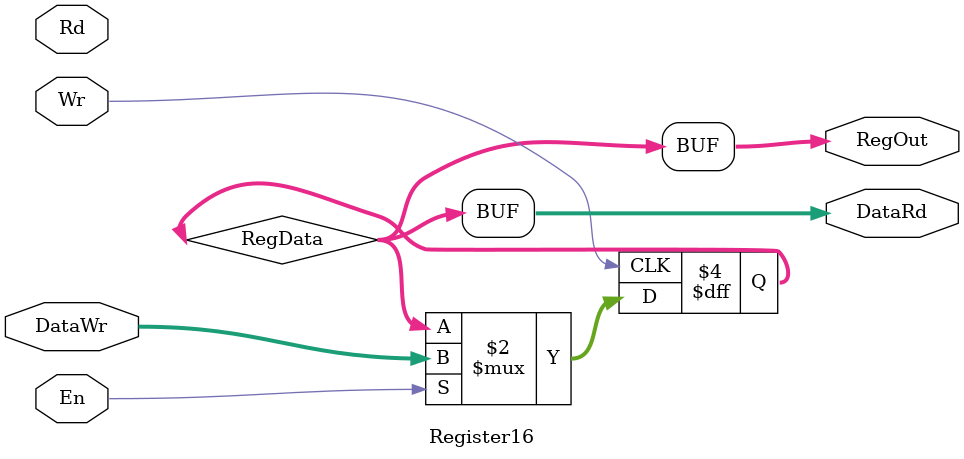
<source format=v>


//  Version: MPL 1.1
// 
//  The contents of this file are subject to the Mozilla Public License Version
//  1.1 (the "License"); you may not use this file except in compliance with
//  the License. You may obtain a copy of the License at
//  http://www.mozilla.org/MPL/
// 
//  Software distributed under the License is distributed on an "AS IS" basis,
//  WITHOUT WARRANTY OF ANY KIND, either express or implied. See the License
//  for the specific language governing rights and limitations under the
//  License.
// 
//  The Original Code is The Xport Logic Library.
// 
//  The Initial Developer of the Original Code is Charmed Labs LLC.
//  Portions created by the Initial Developer are Copyright (C) 2003
//  the Initial Developer. All Rights Reserved.
// 
//  Contributor(s): Rich LeGrand (rich@charmedlabs.com)
// 
//  END LICENSE BLOCK 

`ifndef _REGISTER16
`define _REGISTER16

module Register16(DataRd, DataWr, En, Rd, Wr, RegOut);

   output [15:0] DataRd;
   input  [15:0] DataWr;
   input  En;
   input  Rd;
   input  Wr;
   output [15:0] RegOut;

   reg [15:0] RegData;

   always @(negedge Wr)
      begin
      if (En)
         RegData <= DataWr;
      end

   assign DataRd = RegData;

   assign RegOut = RegData;

endmodule

`endif
</source>
